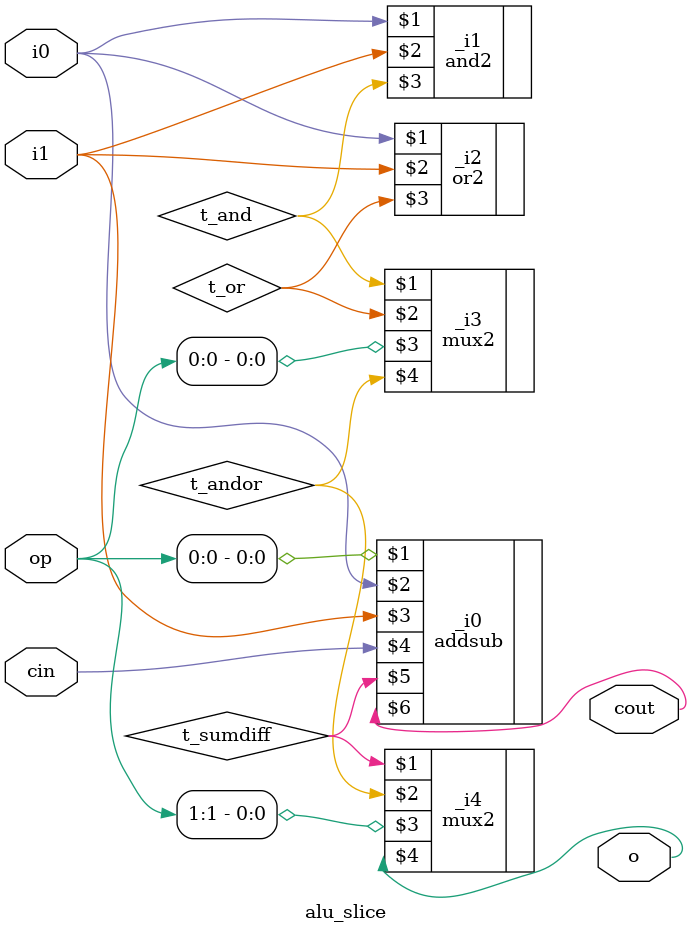
<source format=v>
module alu_slice (input wire [1:0] op, input wire i0, i1, cin, output wire o, cout);  
wire t_sumdiff, t_and, t_or, t_andor;
addsub _i0 (op[0],i0,i1,cin, t_sumdiff,cout);  
and2 _i1 (i0,i1,t_and);   
or2 _i2 (i0,i1,t_or); 
mux2 _i3 (t_and, t_or,op[0],t_andor);   
mux2 _i4 (t_sumdiff,t_andor,op[1],o);
endmodule
</source>
